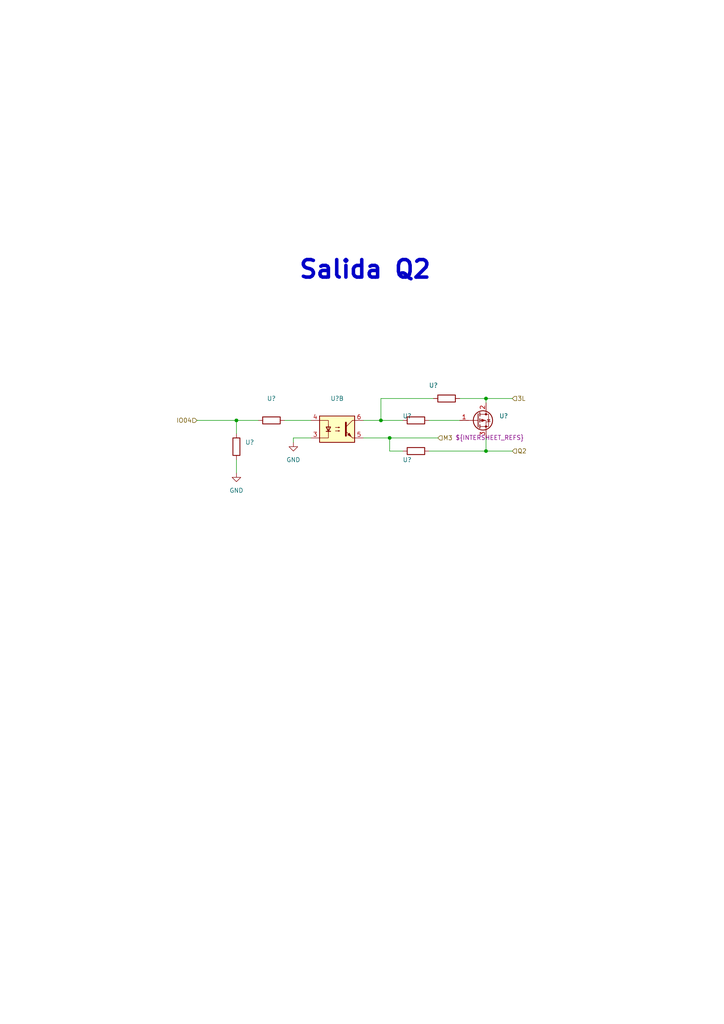
<source format=kicad_sch>
(kicad_sch (version 20220929) (generator eeschema)
  (paper "A4" portrait)
  (lib_symbols
    (symbol "Device:R" (pin_numbers hide) (pin_names (offset 0))
      (property "Reference" "R" (at 2.032 0 90))
      (property "Value" "R" (at 0 0 90))
      (symbol "R_0_1"
        (rectangle (start -1.016 -2.54) (end 1.016 2.54) (stroke (width 0.254)))
      )
      (symbol "R_1_1"
        (pin passive line (at 0 3.81 270) (length 1.27) (name "~") (number "1"))
        (pin passive line (at 0 -3.81 90) (length 1.27) (name "~") (number "2"))
      )
    )
    (symbol "Isolator:ILD74" (pin_names (offset 1.016))
      (property "Reference" "U" (at -5.08 5.08 0))
      (property "Value" "ILD74" (at 0 5.08 0))
      (symbol "ILD74_0_1"
        (rectangle (start -5.08 3.81) (end 5.08 -3.81) (stroke (width 0.254)) (fill (type background)))
        (polyline (pts (xy -3.175 -0.635) (xy -1.905 -0.635)) (stroke (width 0.254)))
        (polyline (pts (xy 2.54 0.635) (xy 4.445 2.54)))
        (polyline (pts (xy 4.445 -2.54) (xy 2.54 -0.635)) (fill (type outline)))
        (polyline (pts (xy 4.445 -2.54) (xy 5.08 -2.54)))
        (polyline (pts (xy 4.445 2.54) (xy 5.08 2.54)))
        (polyline (pts (xy -5.08 2.54) (xy -2.54 2.54) (xy -2.54 0.635)))
        (polyline (pts (xy 2.54 1.905) (xy 2.54 -1.905) (xy 2.54 -1.905)) (stroke (width 0.508)))
        (polyline (pts (xy -2.54 -0.635) (xy -3.175 0.635) (xy -1.905 0.635) (xy -2.54 -0.635)) (stroke (width 0.254)))
        (polyline (pts (xy -2.54 -0.635) (xy -2.54 1.27) (xy -2.54 -2.54) (xy -5.08 -2.54)))
        (polyline (pts (xy -0.508 -0.508) (xy 0.762 -0.508) (xy 0.381 -0.635) (xy 0.381 -0.381) (xy 0.762 -0.508)))
        (polyline (pts (xy -0.508 0.508) (xy 0.762 0.508) (xy 0.381 0.381) (xy 0.381 0.635) (xy 0.762 0.508)))
        (polyline (pts (xy 3.048 -1.651) (xy 3.556 -1.143) (xy 4.064 -2.159) (xy 3.048 -1.651) (xy 3.048 -1.651)) (fill (type outline)))
      )
      (symbol "ILD74_1_1"
        (pin passive line (at -7.62 2.54 0) (length 2.54) (name "~") (number "1"))
        (pin passive line (at -7.62 -2.54 0) (length 2.54) (name "~") (number "2"))
        (pin passive line (at 7.62 2.54 180) (length 2.54) (name "~") (number "7"))
        (pin passive line (at 7.62 -2.54 180) (length 2.54) (name "~") (number "8"))
      )
      (symbol "ILD74_2_1"
        (pin passive line (at -7.62 -2.54 0) (length 2.54) (name "~") (number "3"))
        (pin passive line (at -7.62 2.54 0) (length 2.54) (name "~") (number "4"))
        (pin passive line (at 7.62 -2.54 180) (length 2.54) (name "~") (number "5"))
        (pin passive line (at 7.62 2.54 180) (length 2.54) (name "~") (number "6"))
      )
    )
    (symbol "Transistor_FET:FQP27P06" (pin_names hide)
      (property "Reference" "Q" (at 5.08 1.905 0))
      (property "Value" "FQP27P06" (at 5.08 0 0))
      (symbol "FQP27P06_0_1"
        (polyline (pts (xy 0.254 0) (xy -2.54 0)))
        (polyline (pts (xy 0.254 1.905) (xy 0.254 -1.905)) (stroke (width 0.254)))
        (polyline (pts (xy 0.762 -1.27) (xy 0.762 -2.286)) (stroke (width 0.254)))
        (polyline (pts (xy 0.762 0.508) (xy 0.762 -0.508)) (stroke (width 0.254)))
        (polyline (pts (xy 0.762 2.286) (xy 0.762 1.27)) (stroke (width 0.254)))
        (polyline (pts (xy 2.54 2.54) (xy 2.54 1.778)))
        (polyline (pts (xy 2.54 -2.54) (xy 2.54 0) (xy 0.762 0)))
        (polyline (pts (xy 0.762 1.778) (xy 3.302 1.778) (xy 3.302 -1.778) (xy 0.762 -1.778)))
        (polyline (pts (xy 2.286 0) (xy 1.27 0.381) (xy 1.27 -0.381) (xy 2.286 0)) (fill (type outline)))
        (polyline (pts (xy 2.794 -0.508) (xy 2.921 -0.381) (xy 3.683 -0.381) (xy 3.81 -0.254)))
        (polyline (pts (xy 3.302 -0.381) (xy 2.921 0.254) (xy 3.683 0.254) (xy 3.302 -0.381)))
        (circle (center 1.651 0) (radius 2.794) (stroke (width 0.254)))
        (circle (center 2.54 -1.778) (radius 0.254) (fill (type outline)))
        (circle (center 2.54 1.778) (radius 0.254) (fill (type outline)))
      )
      (symbol "FQP27P06_1_1"
        (pin input line (at -5.08 0 0) (length 2.54) (name "G") (number "1"))
        (pin passive line (at 2.54 5.08 270) (length 2.54) (name "D") (number "2"))
        (pin passive line (at 2.54 -5.08 90) (length 2.54) (name "S") (number "3"))
      )
    )
    (symbol "power:GND" (power) (pin_names (offset 0))
      (property "Value" "GND" (at 0 -3.81 0))
      (symbol "GND_0_1"
        (polyline (pts (xy 0 0) (xy 0 -1.27) (xy 1.27 -1.27) (xy 0 -2.54) (xy -1.27 -1.27) (xy 0 -1.27)))
      )
      (symbol "GND_1_1"
        (pin power_in line (at 0 0 270) (length 0) hide (name "GND") (number "1"))
      )
    )
  )
  (junction (at 140.97 115.57))
  (junction (at 68.58 121.92))
  (junction (at 113.03 127))
  (junction (at 110.49 121.92))
  (junction (at 140.97 130.81))
  (wire (pts (xy 90.17 127) (xy 85.09 127)))
  (wire (pts (xy 113.03 127) (xy 105.41 127)))
  (wire (pts (xy 82.55 121.92) (xy 90.17 121.92)))
  (wire (pts (xy 125.73 115.57) (xy 110.49 115.57)))
  (wire (pts (xy 113.03 130.81) (xy 113.03 127)))
  (wire (pts (xy 110.49 121.92) (xy 116.84 121.92)))
  (wire (pts (xy 68.58 121.92) (xy 74.93 121.92)))
  (wire (pts (xy 133.35 115.57) (xy 140.97 115.57)))
  (wire (pts (xy 105.41 121.92) (xy 110.49 121.92)))
  (wire (pts (xy 140.97 130.81) (xy 148.59 130.81)))
  (wire (pts (xy 140.97 115.57) (xy 148.59 115.57)))
  (wire (pts (xy 140.97 115.57) (xy 140.97 116.84)))
  (wire (pts (xy 68.58 121.92) (xy 68.58 125.73)))
  (wire (pts (xy 116.84 130.81) (xy 113.03 130.81)))
  (wire (pts (xy 68.58 133.35) (xy 68.58 137.16)))
  (wire (pts (xy 113.03 127) (xy 127 127)))
  (wire (pts (xy 124.46 130.81) (xy 140.97 130.81)))
  (wire (pts (xy 110.49 115.57) (xy 110.49 121.92)))
  (wire (pts (xy 85.09 127) (xy 85.09 128.27)))
  (wire (pts (xy 124.46 121.92) (xy 133.35 121.92)))
  (wire (pts (xy 140.97 130.81) (xy 140.97 127)))
  (wire (pts (xy 57.15 121.92) (xy 68.58 121.92)))
  (text "Salida Q2" (at 86.36 81.28 0) (effects (font (size 5.08 5.08) (thickness 1.016) bold) (justify left bottom)))
  (hierarchical_label "3L" (shape input) (at 148.59 115.57 0))
  (hierarchical_label "IO04" (shape input) (at 57.15 121.92 180))
  (hierarchical_label "Q2" (shape input) (at 148.59 130.81 0))
  (hierarchical_label "M3" (shape input) (at 127 127 0) (property "Intersheet References" "${INTERSHEET_REFS}" (at 132.0741 126.9206 0) (effects (justify left))))
  (symbol (lib_id "power:GND") (at 85.09 128.27 0) (unit 1)
    (default_instance (reference "") (unit 1) (value "") (footprint ""))
  )
  (symbol (lib_id "Transistor_FET:FQP27P06") (at 138.43 121.92 0) (unit 1)
    (default_instance (reference "") (unit 1) (value "") (footprint ""))
    (property "Datasheet" "https://www.onsemi.com/pub/Collateral/FQP27P06-D.PDF" (effects hide))
  )
  (symbol (lib_id "Device:R") (at 120.65 130.81 90) (unit 1)
    (default_instance (reference "") (unit 1) (value "") (footprint ""))
  )
  (symbol (lib_id "Device:R") (at 68.58 129.54 0) (unit 1)
    (default_instance (reference "") (unit 1) (value "") (footprint ""))
  )
  (symbol (lib_id "Device:R") (at 129.54 115.57 90) (unit 1)
    (default_instance (reference "") (unit 1) (value "") (footprint ""))
  )
  (symbol (lib_id "Device:R") (at 78.74 121.92 90) (unit 1)
    (default_instance (reference "") (unit 1) (value "") (footprint ""))
  )
  (symbol (lib_id "Isolator:ILD74") (at 97.79 124.46 0) (unit 2)
    (default_instance (reference "") (unit 1) (value "") (footprint ""))
    (property "Datasheet" "https://www.vishay.com/docs/83640/ild74.pdf" (effects hide))
  )
  (symbol (lib_id "Device:R") (at 120.65 121.92 90) (unit 1)
    (default_instance (reference "") (unit 1) (value "") (footprint ""))
  )
  (symbol (lib_id "power:GND") (at 68.58 137.16 0) (unit 1)
    (default_instance (reference "") (unit 1) (value "") (footprint ""))
  )
)
</source>
